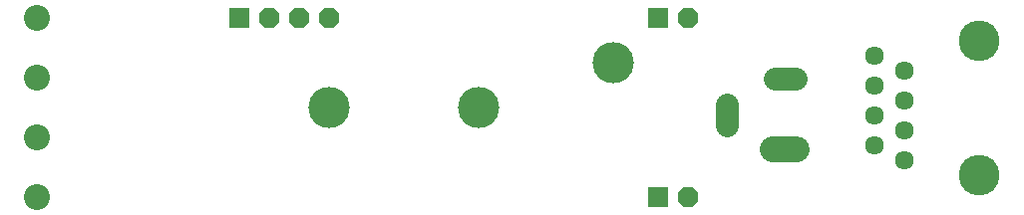
<source format=gbs>
G75*
%MOIN*%
%OFA0B0*%
%FSLAX24Y24*%
%IPPOS*%
%LPD*%
%AMOC8*
5,1,8,0,0,1.08239X$1,22.5*
%
%ADD10C,0.1380*%
%ADD11R,0.0680X0.0680*%
%ADD12OC8,0.0680*%
%ADD13C,0.0634*%
%ADD14C,0.1360*%
%ADD15C,0.0780*%
%ADD16C,0.0880*%
%ADD17C,0.0867*%
D10*
X011680Y004180D03*
X016680Y004180D03*
X021180Y005680D03*
D11*
X022680Y007180D03*
X022680Y001180D03*
X008680Y007180D03*
D12*
X009680Y007180D03*
X010680Y007180D03*
X011680Y007180D03*
X023680Y007180D03*
X023680Y001180D03*
D13*
X029930Y002930D03*
X030930Y002430D03*
X030930Y003430D03*
X029930Y003930D03*
X030930Y004430D03*
X029930Y004930D03*
X030930Y005430D03*
X029930Y005930D03*
D14*
X033430Y006430D03*
X033430Y001930D03*
D15*
X027280Y005149D02*
X026580Y005149D01*
X025001Y004298D02*
X025001Y003598D01*
D16*
X026530Y002786D02*
X027330Y002786D01*
D17*
X001940Y001188D03*
X001940Y003188D03*
X001940Y005188D03*
X001940Y007188D03*
M02*

</source>
